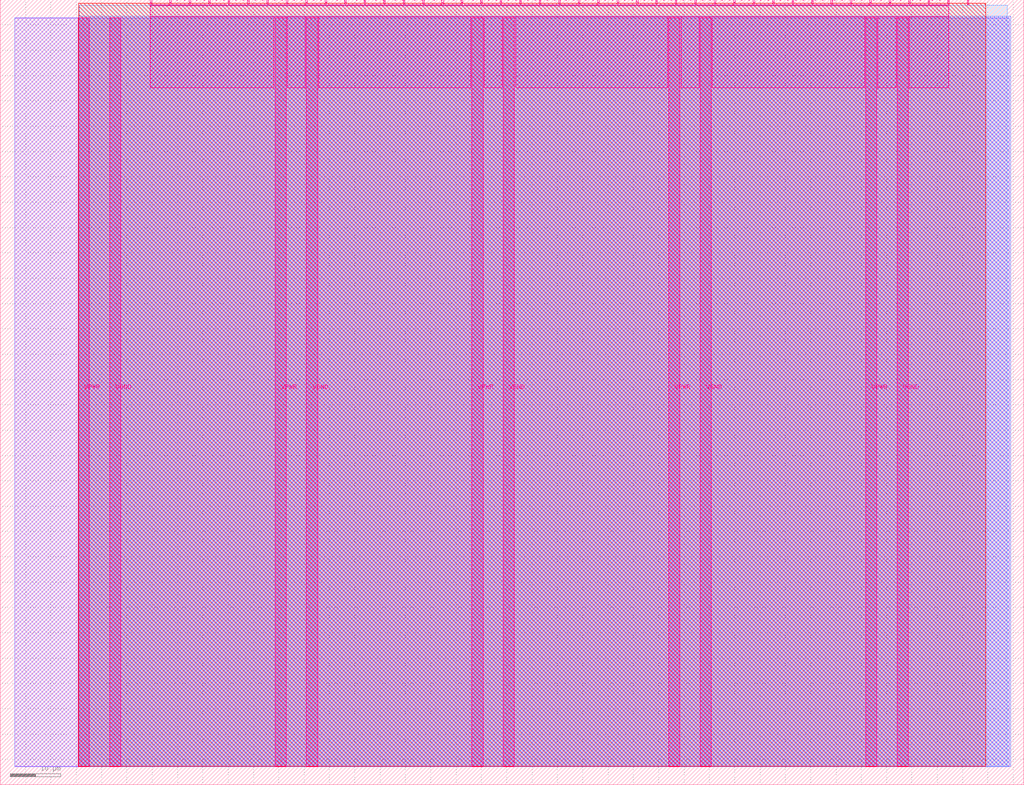
<source format=lef>
VERSION 5.7 ;
  NOWIREEXTENSIONATPIN ON ;
  DIVIDERCHAR "/" ;
  BUSBITCHARS "[]" ;
MACRO tt_um_db_MAC
  CLASS BLOCK ;
  FOREIGN tt_um_db_MAC ;
  ORIGIN 0.000 0.000 ;
  SIZE 202.080 BY 154.980 ;
  PIN VGND
    DIRECTION INOUT ;
    USE GROUND ;
    PORT
      LAYER Metal5 ;
        RECT 21.580 3.560 23.780 151.420 ;
    END
    PORT
      LAYER Metal5 ;
        RECT 60.450 3.560 62.650 151.420 ;
    END
    PORT
      LAYER Metal5 ;
        RECT 99.320 3.560 101.520 151.420 ;
    END
    PORT
      LAYER Metal5 ;
        RECT 138.190 3.560 140.390 151.420 ;
    END
    PORT
      LAYER Metal5 ;
        RECT 177.060 3.560 179.260 151.420 ;
    END
  END VGND
  PIN VPWR
    DIRECTION INOUT ;
    USE POWER ;
    PORT
      LAYER Metal5 ;
        RECT 15.380 3.560 17.580 151.420 ;
    END
    PORT
      LAYER Metal5 ;
        RECT 54.250 3.560 56.450 151.420 ;
    END
    PORT
      LAYER Metal5 ;
        RECT 93.120 3.560 95.320 151.420 ;
    END
    PORT
      LAYER Metal5 ;
        RECT 131.990 3.560 134.190 151.420 ;
    END
    PORT
      LAYER Metal5 ;
        RECT 170.860 3.560 173.060 151.420 ;
    END
  END VPWR
  PIN clk
    DIRECTION INPUT ;
    USE SIGNAL ;
    ANTENNAGATEAREA 8.933599 ;
    PORT
      LAYER Metal5 ;
        RECT 187.050 153.980 187.350 154.980 ;
    END
  END clk
  PIN ena
    DIRECTION INPUT ;
    USE SIGNAL ;
    PORT
      LAYER Metal5 ;
        RECT 190.890 153.980 191.190 154.980 ;
    END
  END ena
  PIN rst_n
    DIRECTION INPUT ;
    USE SIGNAL ;
    ANTENNAGATEAREA 0.213200 ;
    PORT
      LAYER Metal5 ;
        RECT 183.210 153.980 183.510 154.980 ;
    END
  END rst_n
  PIN ui_in[0]
    DIRECTION INPUT ;
    USE SIGNAL ;
    ANTENNAGATEAREA 0.180700 ;
    PORT
      LAYER Metal5 ;
        RECT 179.370 153.980 179.670 154.980 ;
    END
  END ui_in[0]
  PIN ui_in[1]
    DIRECTION INPUT ;
    USE SIGNAL ;
    ANTENNAGATEAREA 0.180700 ;
    PORT
      LAYER Metal5 ;
        RECT 175.530 153.980 175.830 154.980 ;
    END
  END ui_in[1]
  PIN ui_in[2]
    DIRECTION INPUT ;
    USE SIGNAL ;
    ANTENNAGATEAREA 0.180700 ;
    PORT
      LAYER Metal5 ;
        RECT 171.690 153.980 171.990 154.980 ;
    END
  END ui_in[2]
  PIN ui_in[3]
    DIRECTION INPUT ;
    USE SIGNAL ;
    ANTENNAGATEAREA 0.180700 ;
    PORT
      LAYER Metal5 ;
        RECT 167.850 153.980 168.150 154.980 ;
    END
  END ui_in[3]
  PIN ui_in[4]
    DIRECTION INPUT ;
    USE SIGNAL ;
    ANTENNAGATEAREA 0.180700 ;
    PORT
      LAYER Metal5 ;
        RECT 164.010 153.980 164.310 154.980 ;
    END
  END ui_in[4]
  PIN ui_in[5]
    DIRECTION INPUT ;
    USE SIGNAL ;
    ANTENNAGATEAREA 0.180700 ;
    PORT
      LAYER Metal5 ;
        RECT 160.170 153.980 160.470 154.980 ;
    END
  END ui_in[5]
  PIN ui_in[6]
    DIRECTION INPUT ;
    USE SIGNAL ;
    ANTENNAGATEAREA 0.180700 ;
    PORT
      LAYER Metal5 ;
        RECT 156.330 153.980 156.630 154.980 ;
    END
  END ui_in[6]
  PIN ui_in[7]
    DIRECTION INPUT ;
    USE SIGNAL ;
    ANTENNAGATEAREA 0.180700 ;
    PORT
      LAYER Metal5 ;
        RECT 152.490 153.980 152.790 154.980 ;
    END
  END ui_in[7]
  PIN uio_in[0]
    DIRECTION INPUT ;
    USE SIGNAL ;
    ANTENNAGATEAREA 0.180700 ;
    PORT
      LAYER Metal5 ;
        RECT 148.650 153.980 148.950 154.980 ;
    END
  END uio_in[0]
  PIN uio_in[1]
    DIRECTION INPUT ;
    USE SIGNAL ;
    ANTENNAGATEAREA 0.180700 ;
    PORT
      LAYER Metal5 ;
        RECT 144.810 153.980 145.110 154.980 ;
    END
  END uio_in[1]
  PIN uio_in[2]
    DIRECTION INPUT ;
    USE SIGNAL ;
    ANTENNAGATEAREA 0.180700 ;
    PORT
      LAYER Metal5 ;
        RECT 140.970 153.980 141.270 154.980 ;
    END
  END uio_in[2]
  PIN uio_in[3]
    DIRECTION INPUT ;
    USE SIGNAL ;
    ANTENNAGATEAREA 0.180700 ;
    PORT
      LAYER Metal5 ;
        RECT 137.130 153.980 137.430 154.980 ;
    END
  END uio_in[3]
  PIN uio_in[4]
    DIRECTION INPUT ;
    USE SIGNAL ;
    ANTENNAGATEAREA 0.180700 ;
    PORT
      LAYER Metal5 ;
        RECT 133.290 153.980 133.590 154.980 ;
    END
  END uio_in[4]
  PIN uio_in[5]
    DIRECTION INPUT ;
    USE SIGNAL ;
    ANTENNAGATEAREA 0.180700 ;
    PORT
      LAYER Metal5 ;
        RECT 129.450 153.980 129.750 154.980 ;
    END
  END uio_in[5]
  PIN uio_in[6]
    DIRECTION INPUT ;
    USE SIGNAL ;
    ANTENNAGATEAREA 0.180700 ;
    PORT
      LAYER Metal5 ;
        RECT 125.610 153.980 125.910 154.980 ;
    END
  END uio_in[6]
  PIN uio_in[7]
    DIRECTION INPUT ;
    USE SIGNAL ;
    ANTENNAGATEAREA 0.180700 ;
    PORT
      LAYER Metal5 ;
        RECT 121.770 153.980 122.070 154.980 ;
    END
  END uio_in[7]
  PIN uio_oe[0]
    DIRECTION OUTPUT ;
    USE SIGNAL ;
    ANTENNADIFFAREA 0.654800 ;
    PORT
      LAYER Metal5 ;
        RECT 56.490 153.980 56.790 154.980 ;
    END
  END uio_oe[0]
  PIN uio_oe[1]
    DIRECTION OUTPUT ;
    USE SIGNAL ;
    ANTENNADIFFAREA 0.654800 ;
    PORT
      LAYER Metal5 ;
        RECT 52.650 153.980 52.950 154.980 ;
    END
  END uio_oe[1]
  PIN uio_oe[2]
    DIRECTION OUTPUT ;
    USE SIGNAL ;
    ANTENNADIFFAREA 0.654800 ;
    PORT
      LAYER Metal5 ;
        RECT 48.810 153.980 49.110 154.980 ;
    END
  END uio_oe[2]
  PIN uio_oe[3]
    DIRECTION OUTPUT ;
    USE SIGNAL ;
    ANTENNADIFFAREA 0.654800 ;
    PORT
      LAYER Metal5 ;
        RECT 44.970 153.980 45.270 154.980 ;
    END
  END uio_oe[3]
  PIN uio_oe[4]
    DIRECTION OUTPUT ;
    USE SIGNAL ;
    ANTENNADIFFAREA 0.654800 ;
    PORT
      LAYER Metal5 ;
        RECT 41.130 153.980 41.430 154.980 ;
    END
  END uio_oe[4]
  PIN uio_oe[5]
    DIRECTION OUTPUT ;
    USE SIGNAL ;
    ANTENNADIFFAREA 0.654800 ;
    PORT
      LAYER Metal5 ;
        RECT 37.290 153.980 37.590 154.980 ;
    END
  END uio_oe[5]
  PIN uio_oe[6]
    DIRECTION OUTPUT ;
    USE SIGNAL ;
    ANTENNADIFFAREA 0.654800 ;
    PORT
      LAYER Metal5 ;
        RECT 33.450 153.980 33.750 154.980 ;
    END
  END uio_oe[6]
  PIN uio_oe[7]
    DIRECTION OUTPUT ;
    USE SIGNAL ;
    ANTENNADIFFAREA 0.654800 ;
    PORT
      LAYER Metal5 ;
        RECT 29.610 153.980 29.910 154.980 ;
    END
  END uio_oe[7]
  PIN uio_out[0]
    DIRECTION OUTPUT ;
    USE SIGNAL ;
    ANTENNADIFFAREA 0.654800 ;
    PORT
      LAYER Metal5 ;
        RECT 87.210 153.980 87.510 154.980 ;
    END
  END uio_out[0]
  PIN uio_out[1]
    DIRECTION OUTPUT ;
    USE SIGNAL ;
    ANTENNADIFFAREA 0.654800 ;
    PORT
      LAYER Metal5 ;
        RECT 83.370 153.980 83.670 154.980 ;
    END
  END uio_out[1]
  PIN uio_out[2]
    DIRECTION OUTPUT ;
    USE SIGNAL ;
    ANTENNADIFFAREA 0.654800 ;
    PORT
      LAYER Metal5 ;
        RECT 79.530 153.980 79.830 154.980 ;
    END
  END uio_out[2]
  PIN uio_out[3]
    DIRECTION OUTPUT ;
    USE SIGNAL ;
    ANTENNADIFFAREA 0.654800 ;
    PORT
      LAYER Metal5 ;
        RECT 75.690 153.980 75.990 154.980 ;
    END
  END uio_out[3]
  PIN uio_out[4]
    DIRECTION OUTPUT ;
    USE SIGNAL ;
    ANTENNADIFFAREA 0.654800 ;
    PORT
      LAYER Metal5 ;
        RECT 71.850 153.980 72.150 154.980 ;
    END
  END uio_out[4]
  PIN uio_out[5]
    DIRECTION OUTPUT ;
    USE SIGNAL ;
    ANTENNADIFFAREA 0.654800 ;
    PORT
      LAYER Metal5 ;
        RECT 68.010 153.980 68.310 154.980 ;
    END
  END uio_out[5]
  PIN uio_out[6]
    DIRECTION OUTPUT ;
    USE SIGNAL ;
    ANTENNADIFFAREA 0.654800 ;
    PORT
      LAYER Metal5 ;
        RECT 64.170 153.980 64.470 154.980 ;
    END
  END uio_out[6]
  PIN uio_out[7]
    DIRECTION OUTPUT ;
    USE SIGNAL ;
    ANTENNADIFFAREA 0.654800 ;
    PORT
      LAYER Metal5 ;
        RECT 60.330 153.980 60.630 154.980 ;
    END
  END uio_out[7]
  PIN uo_out[0]
    DIRECTION OUTPUT ;
    USE SIGNAL ;
    ANTENNADIFFAREA 0.654800 ;
    PORT
      LAYER Metal5 ;
        RECT 117.930 153.980 118.230 154.980 ;
    END
  END uo_out[0]
  PIN uo_out[1]
    DIRECTION OUTPUT ;
    USE SIGNAL ;
    ANTENNADIFFAREA 0.654800 ;
    PORT
      LAYER Metal5 ;
        RECT 114.090 153.980 114.390 154.980 ;
    END
  END uo_out[1]
  PIN uo_out[2]
    DIRECTION OUTPUT ;
    USE SIGNAL ;
    ANTENNADIFFAREA 0.654800 ;
    PORT
      LAYER Metal5 ;
        RECT 110.250 153.980 110.550 154.980 ;
    END
  END uo_out[2]
  PIN uo_out[3]
    DIRECTION OUTPUT ;
    USE SIGNAL ;
    ANTENNADIFFAREA 0.654800 ;
    PORT
      LAYER Metal5 ;
        RECT 106.410 153.980 106.710 154.980 ;
    END
  END uo_out[3]
  PIN uo_out[4]
    DIRECTION OUTPUT ;
    USE SIGNAL ;
    ANTENNADIFFAREA 0.654800 ;
    PORT
      LAYER Metal5 ;
        RECT 102.570 153.980 102.870 154.980 ;
    END
  END uo_out[4]
  PIN uo_out[5]
    DIRECTION OUTPUT ;
    USE SIGNAL ;
    ANTENNADIFFAREA 0.654800 ;
    PORT
      LAYER Metal5 ;
        RECT 98.730 153.980 99.030 154.980 ;
    END
  END uo_out[5]
  PIN uo_out[6]
    DIRECTION OUTPUT ;
    USE SIGNAL ;
    ANTENNADIFFAREA 0.654800 ;
    PORT
      LAYER Metal5 ;
        RECT 94.890 153.980 95.190 154.980 ;
    END
  END uo_out[6]
  PIN uo_out[7]
    DIRECTION OUTPUT ;
    USE SIGNAL ;
    ANTENNADIFFAREA 0.654800 ;
    PORT
      LAYER Metal5 ;
        RECT 91.050 153.980 91.350 154.980 ;
    END
  END uo_out[7]
  OBS
      LAYER GatPoly ;
        RECT 2.880 3.630 199.200 151.350 ;
      LAYER Metal1 ;
        RECT 2.880 3.560 199.200 151.420 ;
      LAYER Metal2 ;
        RECT 15.515 3.680 199.475 151.720 ;
      LAYER Metal3 ;
        RECT 15.560 3.635 198.820 153.865 ;
      LAYER Metal4 ;
        RECT 15.515 3.680 194.545 154.240 ;
      LAYER Metal5 ;
        RECT 30.120 153.770 33.240 153.980 ;
        RECT 33.960 153.770 37.080 153.980 ;
        RECT 37.800 153.770 40.920 153.980 ;
        RECT 41.640 153.770 44.760 153.980 ;
        RECT 45.480 153.770 48.600 153.980 ;
        RECT 49.320 153.770 52.440 153.980 ;
        RECT 53.160 153.770 56.280 153.980 ;
        RECT 57.000 153.770 60.120 153.980 ;
        RECT 60.840 153.770 63.960 153.980 ;
        RECT 64.680 153.770 67.800 153.980 ;
        RECT 68.520 153.770 71.640 153.980 ;
        RECT 72.360 153.770 75.480 153.980 ;
        RECT 76.200 153.770 79.320 153.980 ;
        RECT 80.040 153.770 83.160 153.980 ;
        RECT 83.880 153.770 87.000 153.980 ;
        RECT 87.720 153.770 90.840 153.980 ;
        RECT 91.560 153.770 94.680 153.980 ;
        RECT 95.400 153.770 98.520 153.980 ;
        RECT 99.240 153.770 102.360 153.980 ;
        RECT 103.080 153.770 106.200 153.980 ;
        RECT 106.920 153.770 110.040 153.980 ;
        RECT 110.760 153.770 113.880 153.980 ;
        RECT 114.600 153.770 117.720 153.980 ;
        RECT 118.440 153.770 121.560 153.980 ;
        RECT 122.280 153.770 125.400 153.980 ;
        RECT 126.120 153.770 129.240 153.980 ;
        RECT 129.960 153.770 133.080 153.980 ;
        RECT 133.800 153.770 136.920 153.980 ;
        RECT 137.640 153.770 140.760 153.980 ;
        RECT 141.480 153.770 144.600 153.980 ;
        RECT 145.320 153.770 148.440 153.980 ;
        RECT 149.160 153.770 152.280 153.980 ;
        RECT 153.000 153.770 156.120 153.980 ;
        RECT 156.840 153.770 159.960 153.980 ;
        RECT 160.680 153.770 163.800 153.980 ;
        RECT 164.520 153.770 167.640 153.980 ;
        RECT 168.360 153.770 171.480 153.980 ;
        RECT 172.200 153.770 175.320 153.980 ;
        RECT 176.040 153.770 179.160 153.980 ;
        RECT 179.880 153.770 183.000 153.980 ;
        RECT 183.720 153.770 186.840 153.980 ;
        RECT 29.660 151.630 187.300 153.770 ;
        RECT 29.660 137.615 54.040 151.630 ;
        RECT 56.660 137.615 60.240 151.630 ;
        RECT 62.860 137.615 92.910 151.630 ;
        RECT 95.530 137.615 99.110 151.630 ;
        RECT 101.730 137.615 131.780 151.630 ;
        RECT 134.400 137.615 137.980 151.630 ;
        RECT 140.600 137.615 170.650 151.630 ;
        RECT 173.270 137.615 176.850 151.630 ;
        RECT 179.470 137.615 187.300 151.630 ;
  END
END tt_um_db_MAC
END LIBRARY


</source>
